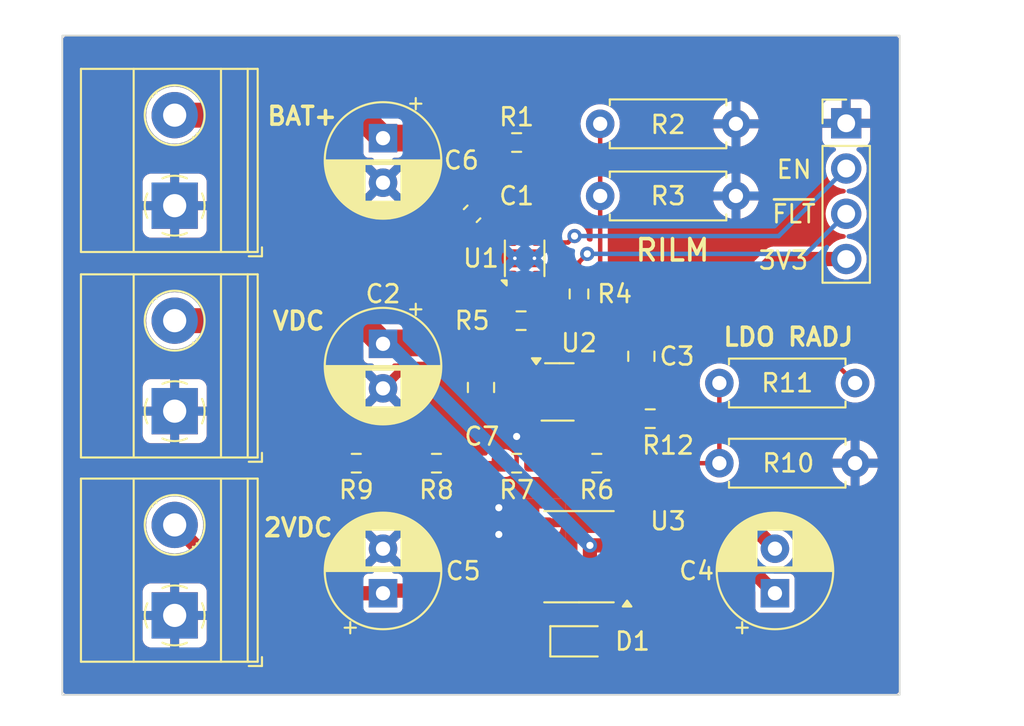
<source format=kicad_pcb>
(kicad_pcb (version 20221018) (generator pcbnew)
  (layers (0 "F.Cu" signal) (31 "B.Cu" signal) (34 "B.Paste" user) (35 "F.Paste" user) (36 "B.SilkS" user "B.Silkscreen") (37 "F.SilkS" user "F.Silkscreen") (38 "B.Mask" user) (39 "F.Mask" user) (44 "Edge.Cuts" user))
  (net 0 "")
  (net 1 "+BATT")
  (net 2 "GND")
  (net 3 "VDC")
  (net 4 "+3V3")
  (net 5 "Net-(U3-CAP+)")
  (net 6 "Net-(U3-CAP-)")
  (net 7 "+6V")
  (net 8 "/eFUSE_FAULTn")
  (net 9 "/eFUSE_EN")
  (net 10 "/eFUSE_ILIM")
  (net 11 "Net-(U2-EN)")
  (net 12 "Net-(R6-Pad1)")
  (net 13 "Net-(U2-ADJ)")
  (net 14 "Net-(R7-Pad1)")
  (net 15 "Net-(R8-Pad1)")
  (footprint "Resistor_SMD:R_0603_1608Metric_Pad0.98x0.95mm_HandSolder" (layer "F.Cu") (at 125.5 106)
    (fp_text reference "R1" (at 0 -1.43) (layer "F.SilkS"))
    (fp_text value "300k")
    (pad "1" smd roundrect (at -0.9125 0) (size 0.975 0.95) (layers "F.Cu" "F.Paste" "F.Mask") (net 1 "+BATT"))
    (pad "2" smd roundrect (at 0.9125 0) (size 0.975 0.95) (layers "F.Cu" "F.Paste" "F.Mask") (net 9 "/eFUSE_EN"))
  )
  (footprint "Capacitor_SMD:C_0805_2012Metric_Pad1.18x1.45mm_HandSolder" (layer "F.Cu") (at 132.5 118 90)
    (fp_text reference "C3" (at 0 2 180) (layer "F.SilkS"))
    (fp_text value "2.2u")
    (pad "1" smd roundrect (at -1.0375 0 90) (size 1.175 1.45) (layers "F.Cu" "F.Paste" "F.Mask") (roundrect_rratio 0.2127659574) (net 4 "+3V3"))
    (pad "2" smd roundrect (at 1.0375 0 90) (size 1.175 1.45) (layers "F.Cu" "F.Paste" "F.Mask") (roundrect_rratio 0.2127659574) (net 2 "GND"))
  )
  (footprint "Resistor_SMD:R_0603_1608Metric_Pad0.98x0.95mm_HandSolder" (layer "F.Cu") (at 125.5 124)
    (fp_text reference "R7" (at 0 1.5) (layer "F.SilkS"))
    (fp_text value "2k")
    (pad "1" smd roundrect (at -0.9125 0) (size 0.975 0.95) (layers "F.Cu" "F.Paste" "F.Mask") (net 14 "Net-(R7-Pad1)"))
    (pad "2" smd roundrect (at 0.9125 0) (size 0.975 0.95) (layers "F.Cu" "F.Paste" "F.Mask") (net 12 "Net-(R6-Pad1)"))
  )
  (footprint "TerminalBlock_Phoenix:TerminalBlock_Phoenix_MKDS-1,5-2-5.08_1x02_P5.08mm_Horizontal" (layer "F.Cu") (at 106.305 132.545 90)
    (fp_text reference "J4" hide)
    (fp_text value "Conn_01x02_Pin")
    (pad "1" thru_hole rect (at 0 0 90) (size 2.6 2.6) (drill 1.3) (layers "*.Cu" "*.Mask") (net 2 "GND"))
    (pad "2" thru_hole circle (at 5.08 0 90) (size 2.6 2.6) (drill 1.3) (layers "*.Cu" "*.Mask") (net 7 "+6V"))
  )
  (footprint "Capacitor_SMD:C_0603_1608Metric_Pad1.08x0.95mm_HandSolder" (layer "F.Cu") (at 123 110 -135)
    (fp_text reference "C1" (at -2.474874 -1.06066) (layer "F.SilkS"))
    (fp_text value "0.1u")
    (pad "1" smd roundrect (at -0.8625 0 225) (size 1.075 0.95) (layers "F.Cu" "F.Paste" "F.Mask") (net 1 "+BATT"))
    (pad "2" smd roundrect (at 0.8625 0 225) (size 1.075 0.95) (layers "F.Cu" "F.Paste" "F.Mask") (net 2 "GND"))
  )
  (footprint "Resistor_SMD:R_0603_1608Metric_Pad0.98x0.95mm_HandSolder" (layer "F.Cu") (at 130 124)
    (fp_text reference "R6" (at 0 1.5) (layer "F.SilkS"))
    (fp_text value "2k")
    (pad "1" smd roundrect (at -0.9125 0) (size 0.975 0.95) (layers "F.Cu" "F.Paste" "F.Mask") (net 12 "Net-(R6-Pad1)"))
    (pad "2" smd roundrect (at 0.9125 0) (size 0.975 0.95) (layers "F.Cu" "F.Paste" "F.Mask") (net 13 "Net-(U2-ADJ)"))
  )
  (footprint "TerminalBlock_Phoenix:TerminalBlock_Phoenix_MKDS-1,5-2-5.08_1x02_P5.08mm_Horizontal" (layer "F.Cu") (at 106.305 109.545 90)
    (fp_text reference "J1" hide)
    (fp_text value "Conn_01x02_Pin")
    (pad "1" thru_hole rect (at 0 0 90) (size 2.6 2.6) (drill 1.3) (layers "*.Cu" "*.Mask") (net 2 "GND"))
    (pad "2" thru_hole circle (at 5.08 0 90) (size 2.6 2.6) (drill 1.3) (layers "*.Cu" "*.Mask") (net 1 "+BATT"))
  )
  (footprint "Capacitor_THT:CP_Radial_D6.3mm_P2.50mm" (layer "F.Cu") (at 118 105.755 -90)
    (fp_text reference "C6" (at 1.245 -4.4) (layer "F.SilkS"))
    (fp_text value "100u")
    (pad "1" thru_hole rect (at 0 0 270) (size 1.6 1.6) (drill 0.8) (layers "*.Cu" "*.Mask") (net 1 "+BATT"))
    (pad "2" thru_hole circle (at 2.5 0 270) (size 1.6 1.6) (drill 0.8) (layers "*.Cu" "*.Mask") (net 2 "GND"))
  )
  (footprint "Resistor_SMD:R_0603_1608Metric_Pad0.98x0.95mm_HandSolder" (layer "F.Cu") (at 129 114.5 90)
    (fp_text reference "R4" (at 0 2 180) (layer "F.SilkS"))
    (fp_text value "300k")
    (pad "1" smd roundrect (at -0.9125 0 90) (size 0.975 0.95) (layers "F.Cu" "F.Paste" "F.Mask") (net 4 "+3V3"))
    (pad "2" smd roundrect (at 0.9125 0 90) (size 0.975 0.95) (layers "F.Cu" "F.Paste" "F.Mask") (net 8 "/eFUSE_FAULTn"))
  )
  (footprint "Resistor_SMD:R_0603_1608Metric_Pad0.98x0.95mm_HandSolder" (layer "F.Cu") (at 133 121.5)
    (fp_text reference "R12" (at 1 1.5) (layer "F.SilkS"))
    (fp_text value "33k")
    (pad "1" smd roundrect (at -0.9125 0) (size 0.975 0.95) (layers "F.Cu" "F.Paste" "F.Mask") (net 13 "Net-(U2-ADJ)"))
    (pad "2" smd roundrect (at 0.9125 0) (size 0.975 0.95) (layers "F.Cu" "F.Paste" "F.Mask") (net 4 "+3V3"))
  )
  (footprint "Capacitor_THT:CP_Radial_D6.3mm_P2.50mm" (layer "F.Cu") (at 140 131.3 90)
    (fp_text reference "C4" (at 1.25 -4.4 180) (layer "F.SilkS"))
    (fp_text value "100u")
    (pad "1" thru_hole rect (at 0 0 90) (size 1.6 1.6) (drill 0.8) (layers "*.Cu" "*.Mask") (net 5 "Net-(U3-CAP+)"))
    (pad "2" thru_hole circle (at 2.5 0 90) (size 1.6 1.6) (drill 0.8) (layers "*.Cu" "*.Mask") (net 6 "Net-(U3-CAP-)"))
  )
  (footprint "Diode_SMD:D_SOD-323" (layer "F.Cu") (at 129 134)
    (fp_text reference "D1" (at 3 0) (layer "F.SilkS"))
    (fp_text value "1N5819WS")
    (pad "1" smd roundrect (at -1.05 0) (size 0.6 0.45) (layers "F.Cu" "F.Paste" "F.Mask") (net 7 "+6V"))
    (pad "2" smd roundrect (at 1.05 0) (size 0.6 0.45) (layers "F.Cu" "F.Paste" "F.Mask") (net 3 "VDC"))
  )
  (footprint "Resistor_THT:R_Axial_DIN0207_L6.3mm_D2.5mm_P7.62mm_Horizontal" (layer "F.Cu") (at 136.88 119.5)
    (fp_text reference "R11" (at 3.81 0) (layer "F.SilkS"))
    (fp_text value "33k")
    (pad "1" thru_hole circle (at 0 0) (size 1.6 1.6) (drill 0.8) (layers "*.Cu" "*.Mask") (net 13 "Net-(U2-ADJ)"))
    (pad "2" thru_hole oval (at 7.62 0) (size 1.6 1.6) (drill 0.8) (layers "*.Cu" "*.Mask") (net 4 "+3V3"))
  )
  (footprint "Capacitor_SMD:C_0805_2012Metric_Pad1.18x1.45mm_HandSolder" (layer "F.Cu") (at 123.5 119.75 -90)
    (fp_text reference "C7" (at 2.75 -0.05 -180) (layer "F.SilkS"))
    (fp_text value "2.2u")
    (pad "1" smd roundrect (at -1.0375 0 270) (size 1.175 1.45) (layers "F.Cu" "F.Paste" "F.Mask") (roundrect_rratio 0.2127659574) (net 3 "VDC"))
    (pad "2" smd roundrect (at 1.0375 0 270) (size 1.175 1.45) (layers "F.Cu" "F.Paste" "F.Mask") (roundrect_rratio 0.2127659574) (net 2 "GND"))
  )
  (footprint "Resistor_SMD:R_0603_1608Metric_Pad0.98x0.95mm_HandSolder" (layer "F.Cu") (at 125.75 116)
    (fp_text reference "R5" (at -2.75 0 180) (layer "F.SilkS"))
    (fp_text value "10k")
    (pad "1" smd roundrect (at -0.9125 0) (size 0.975 0.95) (layers "F.Cu" "F.Paste" "F.Mask") (net 3 "VDC"))
    (pad "2" smd roundrect (at 0.9125 0) (size 0.975 0.95) (layers "F.Cu" "F.Paste" "F.Mask") (net 11 "Net-(U2-EN)"))
  )
  (footprint "Package_SO:SOIC-8_3.9x4.9mm_P1.27mm" (layer "F.Cu") (at 129 129.25 180)
    (fp_text reference "U3" (at -5 2) (layer "F.SilkS"))
    (fp_text value "MAX660")
    (pad "1" smd roundrect (at -2.475 -1.905 180) (size 1.95 0.6) (layers "F.Cu" "F.Paste" "F.Mask"))
    (pad "2" smd roundrect (at -2.475 -0.635 180) (size 1.95 0.6) (layers "F.Cu" "F.Paste" "F.Mask") (net 5 "Net-(U3-CAP+)"))
    (pad "3" smd roundrect (at -2.475 0.635 180) (size 1.95 0.6) (layers "F.Cu" "F.Paste" "F.Mask") (net 3 "VDC"))
    (pad "4" smd roundrect (at -2.475 1.905 180) (size 1.95 0.6) (layers "F.Cu" "F.Paste" "F.Mask") (net 6 "Net-(U3-CAP-)"))
    (pad "5" smd roundrect (at 2.475 1.905 180) (size 1.95 0.6) (layers "F.Cu" "F.Paste" "F.Mask") (net 2 "GND") (thermal_bridge_width 0.5) (thermal_gap 0.5))
    (pad "6" smd roundrect (at 2.475 0.635 180) (size 1.95 0.6) (layers "F.Cu" "F.Paste" "F.Mask") (net 2 "GND"))
    (pad "7" smd roundrect (at 2.475 -0.635 180) (size 1.95 0.6) (layers "F.Cu" "F.Paste" "F.Mask"))
    (pad "8" smd roundrect (at 2.475 -1.905 180) (size 1.95 0.6) (layers "F.Cu" "F.Paste" "F.Mask") (net 7 "+6V"))
  )
  (footprint "Resistor_SMD:R_0603_1608Metric_Pad0.98x0.95mm_HandSolder" (layer "F.Cu") (at 121 124)
    (fp_text reference "R8" (at 0 1.5) (layer "F.SilkS"))
    (fp_text value "2k")
    (pad "1" smd roundrect (at -0.9125 0) (size 0.975 0.95) (layers "F.Cu" "F.Paste" "F.Mask") (net 15 "Net-(R8-Pad1)"))
    (pad "2" smd roundrect (at 0.9125 0) (size 0.975 0.95) (layers "F.Cu" "F.Paste" "F.Mask") (net 14 "Net-(R7-Pad1)"))
  )
  (footprint "Capacitor_THT:CP_Radial_D6.3mm_P2.50mm" (layer "F.Cu") (at 118 131.3 90)
    (fp_text reference "C5" (at 1.25 4.5) (layer "F.SilkS"))
    (fp_text value "100u")
    (pad "1" thru_hole rect (at 0 0 90) (size 1.6 1.6) (drill 0.8) (layers "*.Cu" "*.Mask") (net 7 "+6V"))
    (pad "2" thru_hole circle (at 2.5 0 90) (size 1.6 1.6) (drill 0.8) (layers "*.Cu" "*.Mask") (net 2 "GND"))
  )
  (footprint "Resistor_THT:R_Axial_DIN0207_L6.3mm_D2.5mm_P7.62mm_Horizontal" (layer "F.Cu") (at 136.88 124)
    (fp_text reference "R10" (at 3.87 0) (layer "F.SilkS"))
    (fp_text value "8k")
    (pad "1" thru_hole circle (at 0 0) (size 1.6 1.6) (drill 0.8) (layers "*.Cu" "*.Mask") (net 13 "Net-(U2-ADJ)"))
    (pad "2" thru_hole oval (at 7.62 0) (size 1.6 1.6) (drill 0.8) (layers "*.Cu" "*.Mask") (net 2 "GND"))
  )
  (footprint "Resistor_SMD:R_0603_1608Metric_Pad0.98x0.95mm_HandSolder" (layer "F.Cu") (at 116.5 124)
    (fp_text reference "R9" (at 0 1.5) (layer "F.SilkS"))
    (fp_text value "2k")
    (pad "1" smd roundrect (at -0.9125 0) (size 0.975 0.95) (layers "F.Cu" "F.Paste" "F.Mask") (net 2 "GND"))
    (pad "2" smd roundrect (at 0.9125 0) (size 0.975 0.95) (layers "F.Cu" "F.Paste" "F.Mask") (net 15 "Net-(R8-Pad1)"))
  )
  (footprint "Resistor_THT:R_Axial_DIN0207_L6.3mm_D2.5mm_P7.62mm_Horizontal" (layer "F.Cu") (at 130.19 104.95)
    (fp_text reference "R2" (at 3.81 0.05) (layer "F.SilkS"))
    (fp_text value "300k")
    (pad "1" thru_hole circle (at 0 0) (size 1.6 1.6) (drill 0.8) (layers "*.Cu" "*.Mask") (net 10 "/eFUSE_ILIM"))
    (pad "2" thru_hole oval (at 7.62 0) (size 1.6 1.6) (drill 0.8) (layers "*.Cu" "*.Mask") (net 2 "GND"))
  )
  (footprint "TerminalBlock_Phoenix:TerminalBlock_Phoenix_MKDS-1,5-2-5.08_1x02_P5.08mm_Horizontal" (layer "F.Cu") (at 106.305 121.08 90)
    (fp_text reference "J2" hide)
    (fp_text value "Conn_01x02_Pin")
    (pad "1" thru_hole rect (at 0 0 90) (size 2.6 2.6) (drill 1.3) (layers "*.Cu" "*.Mask") (net 2 "GND"))
    (pad "2" thru_hole circle (at 5.08 0 90) (size 2.6 2.6) (drill 1.3) (layers "*.Cu" "*.Mask") (net 3 "VDC"))
  )
  (footprint "Package_TO_SOT_SMD:SOT-23-5_HandSoldering" (layer "F.Cu") (at 127.8 120)
    (fp_text reference "U2" (at 1.2 -2.75) (layer "F.SilkS"))
    (fp_text value "RT9187B")
    (pad "1" smd roundrect (at -1.35 -0.95) (size 1.56 0.65) (layers "F.Cu" "F.Paste" "F.Mask") (net 3 "VDC"))
    (pad "2" smd roundrect (at -1.35 0) (size 1.56 0.65) (layers "F.Cu" "F.Paste" "F.Mask") (net 2 "GND"))
    (pad "3" smd roundrect (at -1.35 0.95) (size 1.56 0.65) (layers "F.Cu" "F.Paste" "F.Mask") (net 11 "Net-(U2-EN)"))
    (pad "4" smd roundrect (at 1.35 0.95) (size 1.56 0.65) (layers "F.Cu" "F.Paste" "F.Mask") (net 13 "Net-(U2-ADJ)"))
    (pad "5" smd roundrect (at 1.35 -0.95) (size 1.56 0.65) (layers "F.Cu" "F.Paste" "F.Mask") (net 4 "+3V3"))
  )
  (footprint "Connector_PinHeader_2.54mm:PinHeader_1x04_P2.54mm_Vertical" (layer "F.Cu") (at 144 104.92)
    (fp_text reference "J3" hide)
    (fp_text value "Conn_01x04_Pin")
    (pad "1" thru_hole rect (at 0 0) (size 1.7 1.7) (drill 1) (layers "*.Cu" "*.Mask") (net 2 "GND"))
    (pad "2" thru_hole oval (at 0 2.54) (size 1.7 1.7) (drill 1) (layers "*.Cu" "*.Mask") (net 9 "/eFUSE_EN"))
    (pad "3" thru_hole oval (at 0 5.08) (size 1.7 1.7) (drill 1) (layers "*.Cu" "*.Mask") (net 8 "/eFUSE_FAULTn"))
    (pad "4" thru_hole oval (at 0 7.62) (size 1.7 1.7) (drill 1) (layers "*.Cu" "*.Mask") (net 4 "+3V3"))
  )
  (footprint "Resistor_THT:R_Axial_DIN0207_L6.3mm_D2.5mm_P7.62mm_Horizontal" (layer "F.Cu") (at 130.19 109)
    (fp_text reference "R3" (at 3.81 0) (layer "F.SilkS"))
    (fp_text value "300k")
    (pad "1" thru_hole circle (at 0 0) (size 1.6 1.6) (drill 0.8) (layers "*.Cu" "*.Mask") (net 10 "/eFUSE_ILIM"))
    (pad "2" thru_hole oval (at 7.62 0) (size 1.6 1.6) (drill 0.8) (layers "*.Cu" "*.Mask") (net 2 "GND"))
  )
  (footprint "Capacitor_THT:CP_Radial_D6.3mm_P2.50mm" (layer "F.Cu") (at 118 117.3 -90)
    (fp_text reference "C2" (at -2.8 0) (layer "F.SilkS"))
    (fp_text value "22u")
    (pad "1" thru_hole rect (at 0 0 270) (size 1.6 1.6) (drill 0.8) (layers "*.Cu" "*.Mask") (net 3 "VDC"))
    (pad "2" thru_hole circle (at 2.5 0 270) (size 1.6 1.6) (drill 0.8) (layers "*.Cu" "*.Mask") (net 2 "GND"))
  )
  (footprint "Package_SON:WSON-6-1EP_2x2mm_P0.65mm_EP1x1.6mm_ThermalVias" (layer "F.Cu") (at 125.95 112.5 90)
    (fp_text reference "U1" (at 0 -2.45 180) (layer "F.SilkS"))
    (fp_text value "TPS25200DRVR")
    (pad "1" smd roundrect (at -0.8875 -0.65 90) (size 0.375 0.4) (layers "F.Cu" "F.Paste" "F.Mask") (net 3 "VDC"))
    (pad "2" smd roundrect (at -0.8875 0 90) (size 0.375 0.4) (layers "F.Cu" "F.Paste" "F.Mask") (net 10 "/eFUSE_ILIM"))
    (pad "3" smd roundrect (at -0.8875 0.65 90) (size 0.375 0.4) (layers "F.Cu" "F.Paste" "F.Mask") (net 8 "/eFUSE_FAULTn"))
    (pad "4" smd roundrect (at 0.8875 0.65 90) (size 0.375 0.4) (layers "F.Cu" "F.Paste" "F.Mask") (net 9 "/eFUSE_EN"))
    (pad "5" smd roundrect (at 0.8875 0 90) (size 0.375 0.4) (layers "F.Cu" "F.Paste" "F.Mask") (net 2 "GND"))
    (pad "6" smd roundrect (at 0.8875 -0.65 90) (size 0.375 0.4) (layers "F.Cu" "F.Paste" "F.Mask") (net 1 "+BATT"))
    (pad "7" thru_hole circle (at 0 -0.55 90) (size 0.5 0.5) (drill 0.2) (property pad_prop_heatsink) (layers "*.Cu") (net 2 "GND"))
    (pad "7" smd rect (at 0 0 90) (size 0.5 1.6) (property pad_prop_heatsink) (layers "B.Cu") (net 2 "GND"))
    (pad "7" smd rect (at 0 0 90) (size 1 1.6) (property pad_prop_heatsink) (layers "F.Cu" "F.Mask") (net 2 "GND"))
    (pad "7" thru_hole circle (at 0 0.55 90) (size 0.5 0.5) (drill 0.2) (property pad_prop_heatsink) (layers "*.Cu") (net 2 "GND"))
  )
  (gr_rect locked (start 100 100) (end 147 137) (stroke (width 0.1)) (fill none) (layer "Edge.Cuts"))
  (gr_text "3V3" (at 139 113.2) (layer "F.SilkS") (effects (font (size 1 1)) (justify left bottom)))
  (gr_text "EN" (at 140 108.1) (layer "F.SilkS") (effects (font (size 1 1)) (justify left bottom)))
  (gr_text "VDC" (at 111.7 116.6) (layer "F.SilkS") (effects (font (size 1 1) (thickness 0.2) bold) (justify left bottom)))
  (gr_text "RILM" (at 134.25 112.75) (layer "F.SilkS") (effects (font (size 1.2 1.2) (thickness 0.2) bold) (justify bottom)))
  (gr_text "BAT+" (at 111.4 105.1) (layer "F.SilkS") (effects (font (size 1 1) (thickness 0.2) bold) (justify left bottom)))
  (gr_text "LDO RADJ" (at 137 117.5) (layer "F.SilkS") (effects (font (size 1 1) (thickness 0.2) bold) (justify left bottom)))
  (gr_text "2VDC" (at 111.2 128.2) (layer "F.SilkS") (effects (font (size 1 1) (thickness 0.2) bold) (justify left bottom)))
  (gr_text "~{FLT}" (at 139.75 110.6) (layer "F.SilkS") (effects (font (size 1 1)) (justify left bottom)))
  (segment (start 116.71 104.465) (end 118 105.755) (width 1.4) (layer "F.Cu") (net 1))
  (segment (start 106.305 104.465) (end 116.71 104.465) (width 1.4) (layer "F.Cu") (net 1))
  (segment (start 126.75 122.5) (end 127.75 121.5) (width 0.25) (layer "F.Cu") (net 2))
  (segment (start 127.75 120.810328) (end 128.560328 120) (width 0.25) (layer "F.Cu") (net 2))
  (segment (start 125.4 112.5) (end 124.28024 112.5) (width 1) (layer "F.Cu") (net 2))
  (segment (start 128.560328 120) (end 129.75 120) (width 0.25) (layer "F.Cu") (net 2))
  (segment (start 125.95 111.6125) (end 125.95 112.5) (width 0.4) (layer "F.Cu") (net 2))
  (segment (start 127.75 121.5) (end 127.75 120.810328) (width 0.25) (layer "F.Cu") (net 2))
  (segment (start 125.5 122.5) (end 126.75 122.5) (width 0.25) (layer "F.Cu") (net 2))
  (via (at 124.5 128) (size 0.8) (drill 0.4) (layers "F.Cu" "B.Cu") (net 2))
  (via (at 124.5 126.5) (size 0.8) (drill 0.4) (layers "F.Cu" "B.Cu") (net 2))
  (via (at 125.5 122.5) (size 0.8) (drill 0.4) (layers "F.Cu" "B.Cu") (net 2))
  (segment (start 106.305 116) (end 116.7 116) (width 1.4) (layer "F.Cu") (net 3))
  (segment (start 129.615 128.615) (end 129.615 133.565) (width 0.8) (layer "F.Cu") (net 3))
  (segment (start 116.7 116) (end 118 117.3) (width 1.4) (layer "F.Cu") (net 3))
  (segment (start 129.615 133.565) (end 130.05 134) (width 0.8) (layer "F.Cu") (net 3))
  (segment (start 129.615 128.615) (end 131.475 128.615) (width 0.8) (layer "F.Cu") (net 3))
  (via (at 129.615 128.615) (size 0.8) (drill 0.4) (layers "F.Cu" "B.Cu") (net 3))
  (segment (start 129.615 128.615) (end 118.3 117.3) (width 0.8) (layer "B.Cu") (net 3))
  (segment (start 118.3 117.3) (end 118 117.3) (width 0.8) (layer "B.Cu") (net 3))
  (segment (start 135 117.5) (end 139.96 112.54) (width 0.8) (layer "F.Cu") (net 4))
  (segment (start 133.9125 120.45) (end 132.5 119.0375) (width 0.25) (layer "F.Cu") (net 4))
  (segment (start 129.15 119.05) (end 132.4875 119.05) (width 0.8) (layer "F.Cu") (net 4))
  (segment (start 142.5 117.5) (end 144.5 119.5) (width 0.25) (layer "F.Cu") (net 4))
  (segment (start 135 117.5) (end 133.4625 119.0375) (width 0.8) (layer "F.Cu") (net 4))
  (segment (start 132.4875 119.05) (end 132.5 119.0375) (width 0.8) (layer "F.Cu") (net 4))
  (segment (start 129 118.9) (end 129.15 119.05) (width 0.25) (layer "F.Cu") (net 4))
  (segment (start 135 117.5) (end 142.5 117.5) (width 0.25) (layer "F.Cu") (net 4))
  (segment (start 133.9125 121.5) (end 133.9125 120.45) (width 0.25) (layer "F.Cu") (net 4))
  (segment (start 139.96 112.54) (end 144 112.54) (width 0.8) (layer "F.Cu") (net 4))
  (segment (start 133.4625 119.0375) (end 132.5 119.0375) (width 0.8) (layer "F.Cu") (net 4))
  (segment (start 129 115.4125) (end 129 118.9) (width 0.25) (layer "F.Cu") (net 4))
  (segment (start 138.585 129.885) (end 131.475 129.885) (width 0.8) (layer "F.Cu") (net 5))
  (segment (start 140 131.3) (end 138.585 129.885) (width 0.8) (layer "F.Cu") (net 5))
  (segment (start 138.545 127.345) (end 131.475 127.345) (width 0.8) (layer "F.Cu") (net 6))
  (segment (start 140 128.8) (end 138.545 127.345) (width 0.8) (layer "F.Cu") (net 6))
  (segment (start 118 131.3) (end 110.14 131.3) (width 0.8) (layer "F.Cu") (net 7))
  (segment (start 126.525 132.575) (end 127.95 134) (width 0.8) (layer "F.Cu") (net 7))
  (segment (start 126.525 131.155) (end 118.145 131.155) (width 0.8) (layer "F.Cu") (net 7))
  (segment (start 118.145 131.155) (end 118 131.3) (width 0.8) (layer "F.Cu") (net 7))
  (segment (start 126.525 131.155) (end 126.525 132.575) (width 0.8) (layer "F.Cu") (net 7))
  (segment (start 110.14 131.3) (end 106.305 127.465) (width 0.8) (layer "F.Cu") (net 7))
  (segment (start 129 113.5875) (end 126.8 113.5875) (width 0.25) (layer "F.Cu") (net 8))
  (segment (start 129 112.715) (end 129 113.5875) (width 0.25) (layer "F.Cu") (net 8))
  (segment (start 126.8 113.5875) (end 126.6 113.3875) (width 0.25) (layer "F.Cu") (net 8))
  (segment (start 129.465 112.25) (end 129 112.715) (width 0.25) (layer "F.Cu") (net 8))
  (via (at 129.465 112.25) (size 0.8) (drill 0.4) (layers "F.Cu" "B.Cu") (net 8))
  (segment (start 129.465 112.25) (end 141.75 112.25) (width 0.25) (layer "B.Cu") (net 8))
  (segment (start 141.75 112.25) (end 144 110) (width 0.25) (layer "B.Cu") (net 8))
  (segment (start 128.3875 111.6125) (end 126.6 111.6125) (width 0.25) (layer "F.Cu") (net 9))
  (segment (start 128.75 111.25) (end 128.3875 111.6125) (width 0.25) (layer "F.Cu") (net 9))
  (segment (start 126.6 106.1875) (end 126.6 111.6) (width 0.25) (layer "F.Cu") (net 9))
  (segment (start 126.4125 106) (end 126.6 106.1875) (width 0.25) (layer "F.Cu") (net 9))
  (via (at 128.75 111.25) (size 0.8) (drill 0.4) (layers "F.Cu" "B.Cu") (net 9))
  (segment (start 140.21 111.25) (end 144 107.46) (width 0.25) (layer "B.Cu") (net 9))
  (segment (start 128.75 111.25) (end 140.21 111.25) (width 0.25) (layer "B.Cu") (net 9))
  (segment (start 130.19 113.81) (end 130.19 109) (width 0.25) (layer "F.Cu") (net 10))
  (segment (start 130.19 109) (end 130.19 104.95) (width 0.25) (layer "F.Cu") (net 10))
  (segment (start 125.95 113.3875) (end 125.95 113.574999) (width 0.25) (layer "F.Cu") (net 10))
  (segment (start 126.875001 114.5) (end 129.5 114.5) (width 0.25) (layer "F.Cu") (net 10))
  (segment (start 125.95 113.574999) (end 126.875001 114.5) (width 0.25) (layer "F.Cu") (net 10))
  (segment (start 129.5 114.5) (end 130.19 113.81) (width 0.25) (layer "F.Cu") (net 10))
  (segment (start 126.973932 120.95) (end 126.45 120.95) (width 0.25) (layer "F.Cu") (net 11))
  (segment (start 127.6 120.323932) (end 126.973932 120.95) (width 0.25) (layer "F.Cu") (net 11))
  (segment (start 126.6625 116) (end 127.6 116.9375) (width 0.25) (layer "F.Cu") (net 11))
  (segment (start 127.6 116.9375) (end 127.6 120.323932) (width 0.25) (layer "F.Cu") (net 11))
  (segment (start 129.0875 124) (end 126.4125 124) (width 0.25) (layer "F.Cu") (net 12))
  (segment (start 133.2625 124) (end 136.88 124) (width 0.25) (layer "F.Cu") (net 13))
  (segment (start 129.15 120.95) (end 131.5375 120.95) (width 0.25) (layer "F.Cu") (net 13))
  (segment (start 131.5375 120.95) (end 132.0875 121.5) (width 0.25) (layer "F.Cu") (net 13))
  (segment (start 132.0875 122.825) (end 130.9125 124) (width 0.25) (layer "F.Cu") (net 13))
  (segment (start 136.88 124) (end 136.88 119.5) (width 0.25) (layer "F.Cu") (net 13))
  (segment (start 132.0875 122.825) (end 133.2625 124) (width 0.25) (layer "F.Cu") (net 13))
  (segment (start 132.0875 121.5) (end 132.0875 122.825) (width 0.25) (layer "F.Cu") (net 13))
  (segment (start 124.5875 124) (end 121.9125 124) (width 0.25) (layer "F.Cu") (net 14))
  (segment (start 120.0875 124) (end 117.4125 124) (width 0.25) (layer "F.Cu") (net 15))
  (zone (net 2) (net_name "GND") (layer "F.Cu") (priority 1) (connect_pads (clearance 0.3)) (min_thickness 0.25) (fill yes (thermal_gap 0.5) (thermal_bridge_width 0.5))
    (polygon (pts (xy 128.25 129.25) (xy 125 129.25) (xy 125 126) (xy 128.25 126)))
  )
  (zone (net 1) (net_name "+BATT") (layer "F.Cu") (priority 1) (connect_pads yes (clearance 0)) (min_thickness 0.25) (fill yes (thermal_gap 0.5) (thermal_bridge_width 0.5))
    (polygon (pts (xy 117.25 105) (xy 124.7 105) (xy 125.5 105.8) (xy 125.5 111.8) (xy 125 111.8) (xy 119.7 106.5) (xy 117.25 106.5)))
  )
  (zone (net 3) (net_name "VDC") (layer "F.Cu") (priority 1) (connect_pads yes (clearance 0)) (min_thickness 0.25) (fill yes (thermal_gap 0.5) (thermal_bridge_width 0.5))
    (polygon (pts (xy 125.5 113.2) (xy 125.5 116.75) (xy 127.25 118.5) (xy 127.25 119.5) (xy 122.85 119.5) (xy 121.35 118) (xy 117.25 118) (xy 117.25 116.5) (xy 121.8 116.5) (xy 125.1 113.2)))
  )
  (zone (net 2) (net_name "GND") (layers "F&B.Cu") (connect_pads thru_hole_only (clearance 0.3)) (min_thickness 0.25) (fill yes (thermal_gap 0.5) (thermal_bridge_width 0.5) (smoothing chamfer) (radius 0.2))
    (polygon (pts (xy 151.5 98.25) (xy 96.5 98) (xy 96.5 138.75) (xy 154 138.25)))
  )
)
</source>
